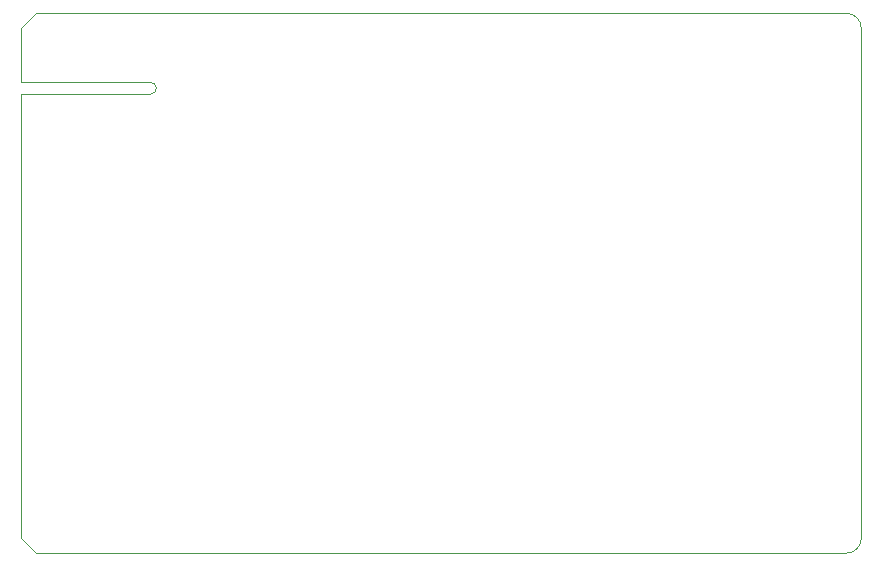
<source format=gbr>
G04 #@! TF.GenerationSoftware,KiCad,Pcbnew,6.0.7-f9a2dced07~116~ubuntu20.04.1*
G04 #@! TF.CreationDate,2022-09-08T22:16:37-07:00*
G04 #@! TF.ProjectId,morefloppy_panel,6d6f7265-666c-46f7-9070-795f70616e65,rev?*
G04 #@! TF.SameCoordinates,Original*
G04 #@! TF.FileFunction,Profile,NP*
%FSLAX46Y46*%
G04 Gerber Fmt 4.6, Leading zero omitted, Abs format (unit mm)*
G04 Created by KiCad (PCBNEW 6.0.7-f9a2dced07~116~ubuntu20.04.1) date 2022-09-08 22:16:37*
%MOMM*%
%LPD*%
G01*
G04 APERTURE LIST*
G04 #@! TA.AperFunction,Profile*
%ADD10C,0.050000*%
G04 #@! TD*
G04 APERTURE END LIST*
D10*
X185420000Y-144780000D02*
X116840000Y-144780000D01*
X186690000Y-143510000D02*
X186690000Y-100330000D01*
X185420000Y-99060000D02*
X116840000Y-99060000D01*
X115570000Y-105918000D02*
X115570000Y-143510000D01*
X115570000Y-143510000D02*
X116840000Y-144780000D01*
X115570000Y-100330000D02*
X115570000Y-104775000D01*
X115570000Y-104775000D02*
X115570000Y-104902000D01*
X115570000Y-104902000D02*
X126492000Y-104902000D01*
X185420000Y-144780000D02*
G75*
G03*
X186690000Y-143510000I0J1270000D01*
G01*
X116840000Y-99060000D02*
X115570000Y-100330000D01*
X186690000Y-100330000D02*
G75*
G03*
X185420000Y-99060000I-1270000J0D01*
G01*
X126492000Y-105918000D02*
X115570000Y-105918000D01*
X126492000Y-105918000D02*
G75*
G03*
X126492000Y-104902000I0J508000D01*
G01*
M02*

</source>
